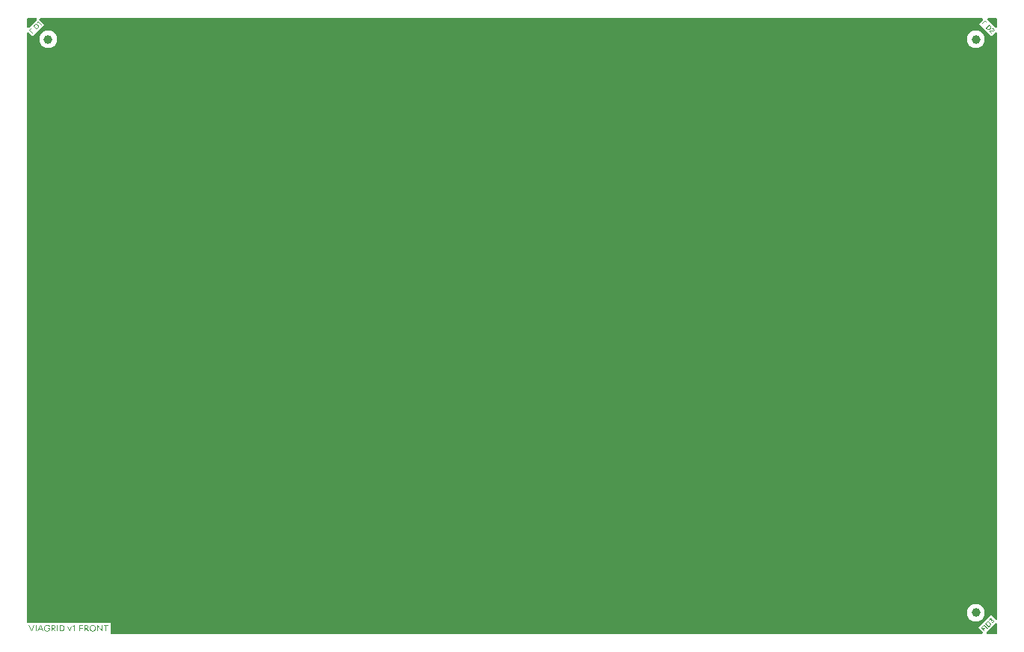
<source format=gbr>
%TF.GenerationSoftware,KiCad,Pcbnew,9.0.1*%
%TF.CreationDate,2025-08-14T13:28:43-04:00*%
%TF.ProjectId,viagrid,76696167-7269-4642-9e6b-696361645f70,rev?*%
%TF.SameCoordinates,Original*%
%TF.FileFunction,Copper,L1,Top*%
%TF.FilePolarity,Positive*%
%FSLAX46Y46*%
G04 Gerber Fmt 4.6, Leading zero omitted, Abs format (unit mm)*
G04 Created by KiCad (PCBNEW 9.0.1) date 2025-08-14 13:28:43*
%MOMM*%
%LPD*%
G01*
G04 APERTURE LIST*
%ADD10C,0.125000*%
%ADD11C,0.150000*%
%TA.AperFunction,SMDPad,CuDef*%
%ADD12C,1.000000*%
%TD*%
%TA.AperFunction,ViaPad*%
%ADD13C,0.600000*%
%TD*%
G04 APERTURE END LIST*
D10*
G36*
X572675Y377500D02*
G01*
X874193Y1115449D01*
X970821Y1115449D01*
X665090Y377500D01*
X572675Y377500D01*
G37*
G36*
X564432Y377500D02*
G01*
X258701Y1115449D01*
X355375Y1115449D01*
X655794Y377500D01*
X564432Y377500D01*
G37*
G36*
X1075235Y377500D02*
G01*
X1075235Y1115449D01*
X1167421Y1115449D01*
X1167421Y377500D01*
X1075235Y377500D01*
G37*
G36*
X1869238Y377500D02*
G01*
X1573078Y1115449D01*
X1665448Y1115449D01*
X1965912Y377500D01*
X1869238Y377500D01*
G37*
G36*
X1270599Y377500D02*
G01*
X1571063Y1115449D01*
X1664532Y1115449D01*
X1368326Y377500D01*
X1270599Y377500D01*
G37*
G36*
X1413114Y586465D02*
G01*
X1413114Y669171D01*
X1824496Y669171D01*
X1824496Y586465D01*
X1413114Y586465D01*
G37*
G36*
X2378210Y364906D02*
G01*
X2322039Y368139D01*
X2270511Y377542D01*
X2223020Y392824D01*
X2179045Y413907D01*
X2125423Y450837D01*
X2080508Y495596D01*
X2043582Y548866D01*
X2022451Y592601D01*
X2007174Y639594D01*
X1997798Y690342D01*
X1994580Y745421D01*
X1997820Y801607D01*
X2007232Y853039D01*
X2022515Y900338D01*
X2043582Y944036D01*
X2080508Y997306D01*
X2125423Y1042066D01*
X2179045Y1078995D01*
X2223022Y1100099D01*
X2270513Y1115395D01*
X2322041Y1124806D01*
X2378210Y1128043D01*
X2436433Y1123168D01*
X2493111Y1108534D01*
X2546841Y1085362D01*
X2595418Y1055273D01*
X2637881Y1018489D01*
X2671118Y977055D01*
X2598303Y927092D01*
X2573469Y959438D01*
X2541150Y988366D01*
X2503995Y1011951D01*
X2463343Y1029582D01*
X2420705Y1040611D01*
X2378210Y1044237D01*
X2322826Y1039830D01*
X2273006Y1027045D01*
X2227771Y1006135D01*
X2186991Y977502D01*
X2152690Y942703D01*
X2124365Y901171D01*
X2103848Y855240D01*
X2091172Y803695D01*
X2086767Y745421D01*
X2091051Y689232D01*
X2103490Y638494D01*
X2123815Y592281D01*
X2151883Y550447D01*
X2186173Y515296D01*
X2227222Y486264D01*
X2272839Y465024D01*
X2322847Y452068D01*
X2378210Y447612D01*
X2424833Y451076D01*
X2466512Y461081D01*
X2504056Y477334D01*
X2538131Y499860D01*
X2566650Y527208D01*
X2590105Y559766D01*
X2607229Y596077D01*
X2617771Y636758D01*
X2621430Y682727D01*
X2709403Y689230D01*
X2704426Y624632D01*
X2690170Y568134D01*
X2667179Y518367D01*
X2635434Y473719D01*
X2596633Y436272D01*
X2550080Y405481D01*
X2498760Y383288D01*
X2441836Y369631D01*
X2378210Y364906D01*
G37*
G36*
X2440812Y675720D02*
G01*
X2440812Y755267D01*
X2709403Y755267D01*
X2709403Y683276D01*
X2666080Y675720D01*
X2440812Y675720D01*
G37*
G36*
X3129874Y1112111D02*
G01*
X3172019Y1102479D01*
X3209948Y1086872D01*
X3244547Y1065138D01*
X3273233Y1038818D01*
X3296593Y1007600D01*
X3313739Y972614D01*
X3324185Y934137D01*
X3327780Y891371D01*
X3323905Y848687D01*
X3312605Y810197D01*
X3293937Y775051D01*
X3268929Y743864D01*
X3238512Y717352D01*
X3202071Y695275D01*
X3177753Y685514D01*
X3358280Y377500D01*
X3257255Y377500D01*
X3087533Y667388D01*
X3071188Y666240D01*
X2934030Y666240D01*
X2934030Y377500D01*
X2841844Y377500D01*
X2841844Y751099D01*
X2934030Y751099D01*
X3095322Y751099D01*
X3133116Y755746D01*
X3165984Y769280D01*
X3194091Y790759D01*
X3216359Y819152D01*
X3230678Y852652D01*
X3235594Y891371D01*
X3230618Y931034D01*
X3216311Y964293D01*
X3192454Y992671D01*
X3161691Y1013909D01*
X3124954Y1027014D01*
X3080621Y1031643D01*
X2934030Y1031643D01*
X2934030Y751099D01*
X2841844Y751099D01*
X2841844Y1115449D01*
X3082728Y1115449D01*
X3129874Y1112111D01*
G37*
G36*
X3499101Y377500D02*
G01*
X3499101Y1115449D01*
X3591287Y1115449D01*
X3591287Y377500D01*
X3499101Y377500D01*
G37*
G36*
X4076816Y1109993D02*
G01*
X4137705Y1094218D01*
X4192491Y1068508D01*
X4241701Y1033237D01*
X4283172Y990085D01*
X4317467Y938266D01*
X4342250Y881153D01*
X4357517Y817639D01*
X4362805Y746474D01*
X4357533Y675985D01*
X4342282Y612791D01*
X4317467Y555690D01*
X4283196Y503864D01*
X4241724Y460536D01*
X4192491Y424944D01*
X4137676Y398947D01*
X4076789Y383010D01*
X4008531Y377500D01*
X3783400Y377500D01*
X3783400Y462313D01*
X3875586Y462313D01*
X4008531Y462313D01*
X4062200Y467750D01*
X4110838Y483699D01*
X4154888Y509527D01*
X4193819Y544791D01*
X4225823Y587297D01*
X4250239Y636198D01*
X4265460Y689301D01*
X4270618Y746474D01*
X4265459Y803641D01*
X4250239Y856704D01*
X4225818Y905636D01*
X4193819Y948112D01*
X4154888Y983376D01*
X4110838Y1009203D01*
X4062200Y1025152D01*
X4008531Y1030590D01*
X3875586Y1030590D01*
X3875586Y462313D01*
X3783400Y462313D01*
X3783400Y1115449D01*
X4008531Y1115449D01*
X4076816Y1109993D01*
G37*
G36*
X4899574Y377500D02*
G01*
X5114951Y905430D01*
X5206359Y905430D01*
X4985670Y377500D01*
X4899574Y377500D01*
G37*
G36*
X4895544Y377500D02*
G01*
X4674856Y905430D01*
X4765210Y905430D01*
X4980632Y377500D01*
X4895544Y377500D01*
G37*
G36*
X5439870Y377500D02*
G01*
X5439870Y1066814D01*
X5447472Y1115449D01*
X5529950Y1115449D01*
X5529950Y377500D01*
X5439870Y377500D01*
G37*
G36*
X5275052Y923565D02*
G01*
X5275052Y1007371D01*
X5298653Y1010064D01*
X5328449Y1021843D01*
X5358460Y1039368D01*
X5391098Y1062601D01*
X5422008Y1088798D01*
X5448709Y1116181D01*
X5505312Y1054129D01*
X5468748Y1018019D01*
X5431764Y986763D01*
X5392996Y959958D01*
X5354736Y939869D01*
X5315001Y927039D01*
X5275052Y923565D01*
G37*
G36*
X6001369Y377500D02*
G01*
X6001369Y1115449D01*
X6441098Y1115449D01*
X6441098Y1031643D01*
X6093555Y1031643D01*
X6093555Y783614D01*
X6400157Y783614D01*
X6400157Y699854D01*
X6093555Y699854D01*
X6093555Y377500D01*
X6001369Y377500D01*
G37*
G36*
X6859462Y1112111D02*
G01*
X6901608Y1102479D01*
X6939536Y1086872D01*
X6974136Y1065138D01*
X7002822Y1038818D01*
X7026181Y1007600D01*
X7043328Y972614D01*
X7053774Y934137D01*
X7057368Y891371D01*
X7053493Y848687D01*
X7042193Y810197D01*
X7023525Y775051D01*
X6998517Y743864D01*
X6968100Y717352D01*
X6931659Y695275D01*
X6907342Y685514D01*
X7087868Y377500D01*
X6986843Y377500D01*
X6817121Y667388D01*
X6800776Y666240D01*
X6663618Y666240D01*
X6663618Y377500D01*
X6571432Y377500D01*
X6571432Y751099D01*
X6663618Y751099D01*
X6824910Y751099D01*
X6862705Y755746D01*
X6895573Y769280D01*
X6923680Y790759D01*
X6945948Y819152D01*
X6960266Y852652D01*
X6965182Y891371D01*
X6960206Y931034D01*
X6945899Y964293D01*
X6922042Y992671D01*
X6891279Y1013909D01*
X6854542Y1027014D01*
X6810210Y1031643D01*
X6663618Y1031643D01*
X6663618Y751099D01*
X6571432Y751099D01*
X6571432Y1115449D01*
X6812316Y1115449D01*
X6859462Y1112111D01*
G37*
G36*
X7592865Y1124821D02*
G01*
X7641494Y1115440D01*
X7686400Y1100156D01*
X7728090Y1078995D01*
X7778519Y1042217D01*
X7820661Y997497D01*
X7855126Y944036D01*
X7879891Y885215D01*
X7895169Y819780D01*
X7900464Y746474D01*
X7895177Y673134D01*
X7879906Y607490D01*
X7855126Y548317D01*
X7820672Y494497D01*
X7778858Y449819D01*
X7729143Y413403D01*
X7687992Y392488D01*
X7643617Y377375D01*
X7595510Y368094D01*
X7543076Y364906D01*
X7490117Y368088D01*
X7441381Y377361D01*
X7396291Y392475D01*
X7354352Y413403D01*
X7303585Y449878D01*
X7260901Y494570D01*
X7225713Y548317D01*
X7200364Y607546D01*
X7184764Y673184D01*
X7179368Y746474D01*
X7271554Y746474D01*
X7275597Y688746D01*
X7287224Y637517D01*
X7305992Y591777D01*
X7332250Y550056D01*
X7364145Y515277D01*
X7402071Y486768D01*
X7444555Y465811D01*
X7491233Y453053D01*
X7543076Y448666D01*
X7594155Y453071D01*
X7639743Y465840D01*
X7680874Y486768D01*
X7717451Y515133D01*
X7748504Y549879D01*
X7774343Y591731D01*
X7792855Y637476D01*
X7804332Y688723D01*
X7808323Y746474D01*
X7804296Y803492D01*
X7792661Y854580D01*
X7773794Y900668D01*
X7747595Y942848D01*
X7716206Y977755D01*
X7679317Y1006135D01*
X7637851Y1027039D01*
X7591736Y1039820D01*
X7539916Y1044237D01*
X7488791Y1039850D01*
X7442818Y1027095D01*
X7401018Y1006135D01*
X7363787Y977719D01*
X7332223Y942808D01*
X7305992Y900668D01*
X7287176Y854585D01*
X7275572Y803496D01*
X7271554Y746474D01*
X7179368Y746474D01*
X7184734Y820462D01*
X7200193Y886229D01*
X7225209Y945089D01*
X7259985Y998572D01*
X7302143Y1043097D01*
X7352246Y1079499D01*
X7393657Y1100417D01*
X7438381Y1115547D01*
X7486932Y1124846D01*
X7539916Y1128043D01*
X7592865Y1124821D01*
G37*
G36*
X8043483Y377500D02*
G01*
X8043483Y1115449D01*
X8135990Y1115449D01*
X8571643Y528304D01*
X8571643Y1115449D01*
X8663830Y1115449D01*
X8663830Y377500D01*
X8572376Y377500D01*
X8135670Y967758D01*
X8135670Y377500D01*
X8043483Y377500D01*
G37*
G36*
X9004136Y377500D02*
G01*
X9004136Y1031643D01*
X8769984Y1031643D01*
X8769984Y1115449D01*
X9329422Y1115449D01*
X9329422Y1031643D01*
X9095269Y1031643D01*
X9095269Y377500D01*
X9004136Y377500D01*
G37*
D11*
G36*
X730748Y68124998D02*
G01*
X314959Y68540787D01*
X566790Y68792618D01*
X620260Y68739149D01*
X426640Y68545528D01*
X557309Y68414859D01*
X725982Y68583532D01*
X779452Y68530062D01*
X610778Y68361389D01*
X788959Y68183209D01*
X730748Y68124998D01*
G37*
G36*
X1054883Y68449132D02*
G01*
X639094Y68864922D01*
X697304Y68923132D01*
X1113093Y68507343D01*
X1054883Y68449132D01*
G37*
G36*
X1159644Y69244117D02*
G01*
X1208504Y69234702D01*
X1255003Y69216799D01*
X1299586Y69189808D01*
X1342723Y69152762D01*
X1379397Y69110017D01*
X1406216Y69065624D01*
X1424093Y69019113D01*
X1433525Y68970261D01*
X1434011Y68921915D01*
X1425596Y68873315D01*
X1408612Y68826998D01*
X1382671Y68783110D01*
X1346894Y68741143D01*
X1218608Y68612858D01*
X802819Y69028647D01*
X806368Y69032196D01*
X915690Y69032196D01*
X1222183Y68725703D01*
X1292258Y68795779D01*
X1318768Y68828160D01*
X1337101Y68863782D01*
X1347699Y68902268D01*
X1350469Y68942484D01*
X1345377Y68982782D01*
X1332335Y69022377D01*
X1311826Y69059312D01*
X1283347Y69093385D01*
X1249276Y69121861D01*
X1212364Y69142348D01*
X1172769Y69155390D01*
X1132471Y69160482D01*
X1092237Y69157724D01*
X1053769Y69147114D01*
X1018147Y69128781D01*
X985766Y69102271D01*
X915690Y69032196D01*
X806368Y69032196D01*
X931104Y69156933D01*
X973055Y69192756D01*
X1016852Y69218790D01*
X1062991Y69235920D01*
X1111397Y69244503D01*
X1159644Y69244117D01*
G37*
G36*
X1701415Y69095665D02*
G01*
X1317128Y69479953D01*
X1290963Y69516791D01*
X1342645Y69568473D01*
X1758434Y69152684D01*
X1701415Y69095665D01*
G37*
G36*
X1307024Y69305917D02*
G01*
X1254151Y69358791D01*
X1265940Y69373710D01*
X1276404Y69397676D01*
X1283651Y69424976D01*
X1288605Y69456197D01*
X1290844Y69487918D01*
X1290367Y69517387D01*
X1365831Y69514408D01*
X1365508Y69473168D01*
X1362256Y69433633D01*
X1355388Y69395500D01*
X1344743Y69361459D01*
X1328812Y69330915D01*
X1307024Y69305917D01*
G37*
G36*
X108124998Y69269251D02*
G01*
X108540787Y69685040D01*
X108792618Y69433209D01*
X108739149Y69379739D01*
X108545528Y69573359D01*
X108414859Y69442690D01*
X108583532Y69274017D01*
X108530062Y69220547D01*
X108361389Y69389221D01*
X108183209Y69211040D01*
X108124998Y69269251D01*
G37*
G36*
X108449132Y68945116D02*
G01*
X108864922Y69360905D01*
X108923132Y69302695D01*
X108507343Y68886906D01*
X108449132Y68945116D01*
G37*
G36*
X109156933Y69068895D02*
G01*
X109192756Y69026944D01*
X109218790Y68983147D01*
X109235920Y68937008D01*
X109244503Y68888602D01*
X109244117Y68840355D01*
X109234702Y68791495D01*
X109216799Y68744996D01*
X109189808Y68700413D01*
X109152762Y68657276D01*
X109110017Y68620602D01*
X109065624Y68593783D01*
X109019113Y68575906D01*
X108970261Y68566474D01*
X108921915Y68565988D01*
X108873315Y68574403D01*
X108826998Y68591387D01*
X108783110Y68617328D01*
X108741143Y68653105D01*
X108616433Y68777816D01*
X108725703Y68777816D01*
X108795779Y68707741D01*
X108828160Y68681231D01*
X108863782Y68662898D01*
X108902268Y68652300D01*
X108942484Y68649530D01*
X108982782Y68654622D01*
X109022377Y68667664D01*
X109059312Y68688173D01*
X109093385Y68716652D01*
X109121861Y68750723D01*
X109142348Y68787635D01*
X109155390Y68827230D01*
X109160482Y68867528D01*
X109157724Y68907762D01*
X109147114Y68946230D01*
X109128781Y68981852D01*
X109102271Y69014233D01*
X109032196Y69084309D01*
X108725703Y68777816D01*
X108616433Y68777816D01*
X108612858Y68781391D01*
X109028647Y69197180D01*
X109156933Y69068895D01*
G37*
G36*
X109003596Y68390653D02*
G01*
X109050511Y68437569D01*
X109070974Y68453904D01*
X109097427Y68467283D01*
X109127141Y68476407D01*
X109161881Y68481842D01*
X109198212Y68482815D01*
X109237008Y68479148D01*
X109376588Y68458371D01*
X109401075Y68455691D01*
X109425913Y68455988D01*
X109450236Y68459315D01*
X109472207Y68465495D01*
X109492087Y68475016D01*
X109507879Y68487489D01*
X109523726Y68508129D01*
X109533086Y68531711D01*
X109535786Y68557048D01*
X109531324Y68583367D01*
X109519770Y68608525D01*
X109499564Y68633572D01*
X109475709Y68652926D01*
X109451405Y68664478D01*
X109425748Y68669991D01*
X109400344Y68669841D01*
X109375778Y68664710D01*
X109354050Y68655566D01*
X109305321Y68726833D01*
X109341034Y68743495D01*
X109381951Y68752377D01*
X109410288Y68753344D01*
X109439187Y68749953D01*
X109468969Y68741988D01*
X109497191Y68729702D01*
X109524344Y68712349D01*
X109550650Y68689425D01*
X109576931Y68659386D01*
X109596039Y68629584D01*
X109608834Y68599739D01*
X109616334Y68568250D01*
X109617943Y68537827D01*
X109613886Y68507955D01*
X109604308Y68479421D01*
X109589142Y68452722D01*
X109567877Y68427491D01*
X109543365Y68407153D01*
X109516103Y68392282D01*
X109485600Y68382622D01*
X109453587Y68377834D01*
X109417085Y68376774D01*
X109375423Y68379954D01*
X109245349Y68398373D01*
X109207709Y68401134D01*
X109176129Y68398684D01*
X109147176Y68390477D01*
X109122400Y68376405D01*
X109324932Y68173873D01*
X109272654Y68121595D01*
X109003596Y68390653D01*
G37*
G36*
X108480748Y374998D02*
G01*
X108064959Y790787D01*
X108316790Y1042618D01*
X108370260Y989149D01*
X108176640Y795528D01*
X108307309Y664859D01*
X108475982Y833532D01*
X108529452Y780062D01*
X108360778Y611389D01*
X108538959Y433209D01*
X108480748Y374998D01*
G37*
G36*
X108804883Y699132D02*
G01*
X108389094Y1114922D01*
X108447304Y1173132D01*
X108863093Y757343D01*
X108804883Y699132D01*
G37*
G36*
X108909644Y1494117D02*
G01*
X108958504Y1484702D01*
X109005003Y1466799D01*
X109049586Y1439808D01*
X109092723Y1402762D01*
X109129397Y1360017D01*
X109156216Y1315624D01*
X109174093Y1269113D01*
X109183525Y1220261D01*
X109184011Y1171915D01*
X109175596Y1123315D01*
X109158612Y1076998D01*
X109132671Y1033110D01*
X109096894Y991143D01*
X108968608Y862858D01*
X108552819Y1278647D01*
X108556368Y1282196D01*
X108665690Y1282196D01*
X108972183Y975703D01*
X109042258Y1045779D01*
X109068768Y1078160D01*
X109087101Y1113782D01*
X109097699Y1152268D01*
X109100469Y1192484D01*
X109095377Y1232782D01*
X109082335Y1272377D01*
X109061826Y1309312D01*
X109033347Y1343385D01*
X108999276Y1371861D01*
X108962364Y1392348D01*
X108922769Y1405390D01*
X108882471Y1410482D01*
X108842237Y1407724D01*
X108803769Y1397114D01*
X108768147Y1378781D01*
X108735766Y1352271D01*
X108665690Y1282196D01*
X108556368Y1282196D01*
X108681104Y1406933D01*
X108723055Y1442756D01*
X108766852Y1468790D01*
X108812991Y1485920D01*
X108861397Y1494503D01*
X108909644Y1494117D01*
G37*
G36*
X109494756Y1374757D02*
G01*
X109461191Y1346116D01*
X109427038Y1326054D01*
X109391141Y1313159D01*
X109356963Y1308257D01*
X109323407Y1309945D01*
X109293415Y1317143D01*
X109320746Y1390793D01*
X109354294Y1386933D01*
X109373783Y1387684D01*
X109395562Y1393177D01*
X109416737Y1403933D01*
X109439525Y1422891D01*
X109461052Y1449541D01*
X109473417Y1476308D01*
X109477839Y1503950D01*
X109474738Y1531733D01*
X109464352Y1556887D01*
X109446079Y1580269D01*
X109428745Y1594541D01*
X109410738Y1603769D01*
X109391702Y1608480D01*
X109371988Y1608873D01*
X109350777Y1604908D01*
X109327559Y1595994D01*
X109294289Y1575731D01*
X109257199Y1543456D01*
X109242329Y1528586D01*
X109198367Y1572549D01*
X109212045Y1586227D01*
X109250157Y1620044D01*
X109288364Y1645914D01*
X109328572Y1665132D01*
X109367973Y1676198D01*
X109407462Y1679235D01*
X109444265Y1673530D01*
X109467341Y1664805D01*
X109489246Y1651685D01*
X109510222Y1633738D01*
X109532020Y1607614D01*
X109547062Y1580032D01*
X109555946Y1550555D01*
X109559079Y1519805D01*
X109556646Y1489177D01*
X109548511Y1458200D01*
X109535462Y1428810D01*
X109517670Y1401070D01*
X109494756Y1374757D01*
G37*
G36*
X109235205Y1535711D02*
G01*
X109193030Y1577885D01*
X109207900Y1592755D01*
X109237963Y1627103D01*
X109257016Y1657720D01*
X109267276Y1685395D01*
X109269811Y1713710D01*
X109263320Y1737934D01*
X109247666Y1759667D01*
X109228899Y1773791D01*
X109207278Y1781609D01*
X109183968Y1783266D01*
X109159171Y1778630D01*
X109135422Y1767599D01*
X109111660Y1748372D01*
X109098730Y1733208D01*
X109088500Y1716300D01*
X109081155Y1697972D01*
X109076920Y1678556D01*
X109076234Y1658471D01*
X109079588Y1636718D01*
X109008917Y1609983D01*
X109000741Y1642504D01*
X109000006Y1675887D01*
X109006152Y1709194D01*
X109018995Y1742439D01*
X109037696Y1773553D01*
X109062361Y1802437D01*
X109088637Y1825376D01*
X109115489Y1842599D01*
X109143136Y1854664D01*
X109172292Y1862101D01*
X109200558Y1864309D01*
X109228366Y1861503D01*
X109255036Y1853599D01*
X109279349Y1840561D01*
X109301731Y1822022D01*
X109317709Y1803093D01*
X109329058Y1783183D01*
X109336186Y1762024D01*
X109339830Y1728350D01*
X109335305Y1692234D01*
X109323524Y1656317D01*
X109304425Y1619179D01*
X109279644Y1583812D01*
X109248287Y1548793D01*
X109235205Y1535711D01*
G37*
D12*
%TO.P,REF\u002A\u002A,*%
%TO.N,*%
X107500000Y67500000D03*
%TD*%
%TO.P,REF\u002A\u002A,*%
%TO.N,*%
X2500000Y67500000D03*
%TD*%
%TO.P,REF\u002A\u002A,*%
%TO.N,*%
X107500000Y2500000D03*
%TD*%
D13*
%TO.N,GND*%
X54250000Y4250000D03*
X35750000Y64250000D03*
X45750000Y44250000D03*
X104250000Y45750000D03*
X25750000Y65750000D03*
X25000000Y65000000D03*
X104250000Y64250001D03*
X40750000Y64250000D03*
X49250000Y5750000D03*
X25750000Y5750000D03*
X35750000Y5750000D03*
X44250000Y5750000D03*
X104250000Y44250000D03*
X10750000Y65750000D03*
X65750000Y5750000D03*
X65750000Y64250000D03*
X105750000Y25750000D03*
X104249999Y29250000D03*
X64250000Y64250000D03*
X80750000Y64250000D03*
X105000000Y65000000D03*
X39250000Y65750000D03*
X40000000Y65000000D03*
X65750000Y65750000D03*
X99250000Y65750000D03*
X104250000Y60750000D03*
X9250000Y5750000D03*
X90750000Y5750000D03*
X35000000Y65000000D03*
X24250000Y65750000D03*
X4250000Y65750000D03*
X24250000Y45750000D03*
X105000000Y20000000D03*
X89250000Y5750000D03*
X50750000Y4250000D03*
X55750000Y65750000D03*
X75750000Y5750000D03*
X5750000Y4250000D03*
X84250000Y25750000D03*
X50750000Y65750000D03*
X10000000Y5000000D03*
X20000000Y5000000D03*
X45750000Y65750000D03*
X84250000Y5750000D03*
X55000000Y5000000D03*
X30750000Y64250000D03*
X99250000Y64250000D03*
X19250000Y64250000D03*
X4250000Y4250000D03*
X64250000Y25750000D03*
X5750000Y64250000D03*
X35750000Y4250000D03*
X5750000Y65750000D03*
X95750000Y65750000D03*
X104250000Y59250001D03*
X89250000Y65750000D03*
X64250000Y24250000D03*
X104250000Y49250000D03*
X24250000Y64250000D03*
X45000000Y25000000D03*
X59250000Y4250000D03*
X79250000Y64250000D03*
X45000000Y45000000D03*
X10750000Y5750000D03*
X105750001Y40750000D03*
X100000000Y5000000D03*
X104250000Y10750000D03*
X80000000Y5000000D03*
X74250000Y64250000D03*
X75750000Y4250000D03*
X45750000Y45750000D03*
X104250000Y54250000D03*
X65750000Y4250000D03*
X104249999Y34250000D03*
X39250000Y5750000D03*
X29250000Y5750000D03*
X50000000Y5000000D03*
X105750000Y14250000D03*
X60000000Y5000000D03*
X90750000Y4250000D03*
X105000000Y45000000D03*
X25750000Y25750000D03*
X14250000Y64250000D03*
X39250000Y64250000D03*
X84250000Y64250000D03*
X14250000Y5750000D03*
X75750000Y65750000D03*
X65000000Y5000000D03*
X39250000Y4250000D03*
X70750000Y4250000D03*
X90000000Y5000000D03*
X54250000Y65750000D03*
X35750000Y65750000D03*
X64250000Y5750000D03*
X100750000Y64250000D03*
X95750000Y64250000D03*
X69250000Y5750000D03*
X105000000Y50000000D03*
X34250000Y4250000D03*
X40000000Y5000000D03*
X24250000Y4250000D03*
X5750000Y44250000D03*
X64250000Y45750000D03*
X100000000Y65000000D03*
X105750000Y24250001D03*
X15750000Y64250000D03*
X50750000Y5750000D03*
X100750000Y65750000D03*
X85000000Y45000000D03*
X25750000Y4250000D03*
X50000000Y65000000D03*
X5750000Y5750000D03*
X4250000Y5750000D03*
X100750000Y4250000D03*
X85000000Y65000000D03*
X85750000Y64250000D03*
X55750000Y5750000D03*
X59250000Y64250000D03*
X54250000Y5750000D03*
X85750000Y5750000D03*
X4250000Y45750000D03*
X79250000Y4250000D03*
X24250000Y44250000D03*
X55750000Y64250000D03*
X15750000Y5750000D03*
X30000000Y65000000D03*
X45750000Y64250000D03*
X105750000Y55750000D03*
X10750000Y4250000D03*
X105000000Y30000001D03*
X25750000Y45750000D03*
X84250000Y65750000D03*
X49250000Y64250000D03*
X45750000Y25750000D03*
X90750000Y65750000D03*
X30750000Y5750000D03*
X65750000Y44250000D03*
X9250000Y64250000D03*
X105750001Y29250000D03*
X79250000Y65750000D03*
X25750000Y24250000D03*
X60750000Y64250000D03*
X105750000Y39250000D03*
X20750000Y4250000D03*
X49250000Y65750000D03*
X5750000Y25750000D03*
X104250000Y15750000D03*
X60750000Y4250000D03*
X104250000Y50750000D03*
X24250000Y5750000D03*
X104250000Y35750001D03*
X4250000Y44250000D03*
X5000000Y45000000D03*
X99250000Y5750000D03*
X4250000Y25750000D03*
X5000000Y65000000D03*
X105000000Y5000000D03*
X85750000Y4250000D03*
X34250000Y5750000D03*
X70750000Y65750000D03*
X80750000Y65750000D03*
X85750000Y25750000D03*
X104250000Y14250000D03*
X105750000Y10750000D03*
X89250000Y4250000D03*
X44250000Y45750000D03*
X44250000Y24250000D03*
X105750000Y35750001D03*
X105750000Y30750000D03*
X105000000Y10000000D03*
X104250000Y25750000D03*
X25000000Y5000000D03*
X65000000Y65000000D03*
X65750000Y45750000D03*
X104250000Y55750000D03*
X99250000Y4250000D03*
X25000000Y45000000D03*
X44250000Y65750000D03*
X24250000Y25750000D03*
X105750001Y34250000D03*
X34250000Y65750000D03*
X105750000Y50750000D03*
X90000000Y65000000D03*
X70000000Y65000000D03*
X54250000Y64250000D03*
X104249999Y40750000D03*
X95000000Y5000000D03*
X5750000Y45750000D03*
X85750000Y65750000D03*
X64250000Y65750000D03*
X104250000Y4250000D03*
X59250000Y5750000D03*
X75000000Y65000000D03*
X45000000Y5000000D03*
X34250000Y64250000D03*
X84250000Y45750000D03*
X104250000Y9250000D03*
X80000000Y65000000D03*
X60750000Y65750000D03*
X104250000Y5750000D03*
X49250000Y4250000D03*
X5000000Y5000000D03*
X5000000Y25000000D03*
X5750000Y24250000D03*
X29250000Y64250000D03*
X45000000Y65000000D03*
X105750000Y15750000D03*
X104250000Y30750000D03*
X65000000Y25000000D03*
X94250000Y5750000D03*
X19250000Y65750000D03*
X105750000Y44250000D03*
X105000000Y55000000D03*
X65750000Y25750000D03*
X94250000Y4250000D03*
X105750000Y9250000D03*
X60750000Y5750000D03*
X80750000Y5750000D03*
X44250000Y4250000D03*
X65000000Y45000000D03*
X74250000Y5750000D03*
X9250000Y4250000D03*
X69250000Y64250000D03*
X75750000Y64250000D03*
X104250000Y19250000D03*
X105000000Y60000000D03*
X105750000Y60750000D03*
X35000000Y5000000D03*
X105750000Y5750000D03*
X100750000Y5750000D03*
X19250000Y5750000D03*
X94250000Y65750000D03*
X24250000Y24250000D03*
X44250000Y25750000D03*
X105000000Y15000000D03*
X44250000Y44250000D03*
X95750000Y4250000D03*
X10000000Y65000000D03*
X90750000Y64250000D03*
X105750000Y59250001D03*
X104250000Y24250001D03*
X84250000Y4250000D03*
X45750000Y4250000D03*
X80750000Y4250000D03*
X95000000Y65000000D03*
X104250000Y20750000D03*
X74250000Y4250000D03*
X70000000Y5000000D03*
X55000000Y65000000D03*
X60000000Y65000000D03*
X84250000Y44250000D03*
X59250000Y65750000D03*
X65750000Y24250000D03*
X105750000Y45750000D03*
X20000000Y65000000D03*
X74250000Y65750000D03*
X15750000Y65750000D03*
X85750000Y45750000D03*
X40750000Y4250000D03*
X10750000Y64250000D03*
X75000000Y5000000D03*
X104250000Y39250000D03*
X45750000Y5750000D03*
X64250000Y44250000D03*
X29250000Y4250000D03*
X50750000Y64250000D03*
X29250000Y65750000D03*
X85750000Y24250000D03*
X25750000Y64250000D03*
X14250000Y4250000D03*
X30750000Y65750000D03*
X25750000Y44250000D03*
X20750000Y5750000D03*
X25000000Y25000000D03*
X9250000Y65750000D03*
X85750000Y44250000D03*
X105750000Y64250001D03*
X105000000Y35000001D03*
X4250000Y64250000D03*
X64250000Y4250000D03*
X94250000Y64250000D03*
X4250000Y24250000D03*
X55750000Y4250000D03*
X104250000Y65750000D03*
X105750000Y20750000D03*
X45750000Y24250000D03*
X105750000Y49250000D03*
X69250000Y65750000D03*
X70750000Y5750000D03*
X30750000Y4250000D03*
X105750000Y65750000D03*
X20750000Y64250000D03*
X85000000Y25000000D03*
X40750000Y65750000D03*
X105750000Y4250000D03*
X15750000Y4250000D03*
X79250000Y5750000D03*
X84250000Y24250000D03*
X105000000Y25000000D03*
X95750000Y5750000D03*
X105750000Y54250000D03*
X85000000Y5000000D03*
X89250000Y64250000D03*
X14250000Y65750000D03*
X40750000Y5750000D03*
X19250000Y4250000D03*
X15000000Y65000000D03*
X20750000Y65750000D03*
X44250000Y64250000D03*
X15000000Y5000000D03*
X105000000Y39999999D03*
X70750000Y64250000D03*
X69250000Y4250000D03*
X105750000Y19250000D03*
X30000000Y5000000D03*
%TD*%
%TA.AperFunction,Conductor*%
%TO.N,GND*%
G36*
X108232302Y69879815D02*
G01*
X108278057Y69827011D01*
X108288001Y69757853D01*
X108258976Y69694297D01*
X108252944Y69687819D01*
X107834376Y69269250D01*
X109272654Y67830972D01*
X109687819Y68246137D01*
X109749142Y68279622D01*
X109818834Y68274638D01*
X109874767Y68232766D01*
X109899184Y68167302D01*
X109899500Y68158456D01*
X109899500Y1834421D01*
X109879815Y1767382D01*
X109827011Y1721627D01*
X109757853Y1711683D01*
X109694297Y1740708D01*
X109687819Y1746740D01*
X109201939Y2232620D01*
X109201938Y2232620D01*
X107767222Y797902D01*
X108252943Y312181D01*
X108286428Y250858D01*
X108281444Y181166D01*
X108239572Y125233D01*
X108174108Y100816D01*
X108165262Y100500D01*
X9658922Y100500D01*
X9591883Y120185D01*
X9546128Y172989D01*
X9534922Y224500D01*
X9534922Y1333535D01*
X224500Y1333535D01*
X157461Y1353220D01*
X111706Y1406024D01*
X100500Y1457535D01*
X100500Y2401456D01*
X106499499Y2401456D01*
X106537947Y2208170D01*
X106537950Y2208160D01*
X106613364Y2026092D01*
X106613371Y2026079D01*
X106722860Y1862218D01*
X106722863Y1862214D01*
X106862214Y1722863D01*
X106862218Y1722860D01*
X107026079Y1613371D01*
X107026092Y1613364D01*
X107208160Y1537950D01*
X107208170Y1537947D01*
X107401457Y1499500D01*
X107401459Y1499500D01*
X107598543Y1499500D01*
X107791829Y1537947D01*
X107791839Y1537950D01*
X107973907Y1613364D01*
X107973920Y1613371D01*
X108137781Y1722860D01*
X108137785Y1722863D01*
X108277136Y1862214D01*
X108277139Y1862218D01*
X108386628Y2026079D01*
X108386635Y2026092D01*
X108462049Y2208160D01*
X108462052Y2208170D01*
X108500500Y2401456D01*
X108500500Y2598543D01*
X108462052Y2791829D01*
X108462051Y2791835D01*
X108386632Y2973914D01*
X108277139Y3137782D01*
X108137782Y3277139D01*
X107973914Y3386632D01*
X107791835Y3462051D01*
X107728582Y3474632D01*
X107598543Y3500500D01*
X107598541Y3500500D01*
X107401459Y3500500D01*
X107401457Y3500500D01*
X107208170Y3462052D01*
X107208165Y3462051D01*
X107208160Y3462049D01*
X107026092Y3386635D01*
X107026079Y3386628D01*
X106862218Y3277139D01*
X106862214Y3277136D01*
X106722863Y3137785D01*
X106722860Y3137781D01*
X106613371Y2973920D01*
X106613364Y2973907D01*
X106537950Y2791839D01*
X106537947Y2791829D01*
X106499500Y2598543D01*
X106499500Y2401456D01*
X106499499Y2401456D01*
X100500Y2401456D01*
X100500Y67401456D01*
X1499499Y67401456D01*
X1537947Y67208170D01*
X1537950Y67208160D01*
X1613364Y67026092D01*
X1613371Y67026079D01*
X1722860Y66862218D01*
X1722863Y66862214D01*
X1862214Y66722863D01*
X1862218Y66722860D01*
X2026079Y66613371D01*
X2026092Y66613364D01*
X2208160Y66537950D01*
X2208170Y66537947D01*
X2401457Y66499500D01*
X2401459Y66499500D01*
X2598543Y66499500D01*
X2791829Y66537947D01*
X2791839Y66537950D01*
X2973907Y66613364D01*
X2973920Y66613371D01*
X3137781Y66722860D01*
X3137785Y66722863D01*
X3277136Y66862214D01*
X3277139Y66862218D01*
X3386628Y67026079D01*
X3386635Y67026092D01*
X3462049Y67208160D01*
X3462052Y67208170D01*
X3500500Y67401456D01*
X106499499Y67401456D01*
X106537947Y67208170D01*
X106537950Y67208160D01*
X106613364Y67026092D01*
X106613371Y67026079D01*
X106722860Y66862218D01*
X106722863Y66862214D01*
X106862214Y66722863D01*
X106862218Y66722860D01*
X107026079Y66613371D01*
X107026092Y66613364D01*
X107208160Y66537950D01*
X107208170Y66537947D01*
X107401457Y66499500D01*
X107401459Y66499500D01*
X107598543Y66499500D01*
X107791829Y66537947D01*
X107791839Y66537950D01*
X107973907Y66613364D01*
X107973920Y66613371D01*
X108137781Y66722860D01*
X108137785Y66722863D01*
X108277136Y66862214D01*
X108277139Y66862218D01*
X108386628Y67026079D01*
X108386635Y67026092D01*
X108462049Y67208160D01*
X108462052Y67208170D01*
X108500500Y67401456D01*
X108500500Y67598543D01*
X108462052Y67791829D01*
X108462051Y67791835D01*
X108386632Y67973914D01*
X108277139Y68137782D01*
X108137782Y68277139D01*
X107973914Y68386632D01*
X107791835Y68462051D01*
X107728582Y68474632D01*
X107598543Y68500500D01*
X107598541Y68500500D01*
X107401459Y68500500D01*
X107401457Y68500500D01*
X107221100Y68464624D01*
X107208165Y68462051D01*
X107208160Y68462049D01*
X107026092Y68386635D01*
X107026079Y68386628D01*
X106862218Y68277139D01*
X106862214Y68277136D01*
X106722863Y68137785D01*
X106722860Y68137781D01*
X106613371Y67973920D01*
X106613364Y67973907D01*
X106537950Y67791839D01*
X106537947Y67791829D01*
X106499500Y67598543D01*
X106499500Y67401456D01*
X106499499Y67401456D01*
X3500500Y67401456D01*
X3500500Y67598543D01*
X3462052Y67791829D01*
X3462051Y67791835D01*
X3386632Y67973914D01*
X3277139Y68137782D01*
X3137782Y68277139D01*
X2973914Y68386632D01*
X2791835Y68462051D01*
X2728582Y68474632D01*
X2598543Y68500500D01*
X2598541Y68500500D01*
X2401459Y68500500D01*
X2401457Y68500500D01*
X2221100Y68464624D01*
X2208165Y68462051D01*
X2208160Y68462049D01*
X2026092Y68386635D01*
X2026079Y68386628D01*
X1862218Y68277139D01*
X1862214Y68277136D01*
X1722863Y68137785D01*
X1722860Y68137781D01*
X1613371Y67973920D01*
X1613364Y67973907D01*
X1537950Y67791839D01*
X1537947Y67791829D01*
X1499500Y67598543D01*
X1499500Y67401456D01*
X1499499Y67401456D01*
X100500Y67401456D01*
X100500Y68165262D01*
X120185Y68232301D01*
X172989Y68278056D01*
X242147Y68288000D01*
X305703Y68258975D01*
X312181Y68252943D01*
X730748Y67834376D01*
X2049056Y69152684D01*
X1513921Y69687819D01*
X1480436Y69749142D01*
X1485420Y69818834D01*
X1527292Y69874767D01*
X1592756Y69899184D01*
X1601602Y69899500D01*
X108165263Y69899500D01*
X108232302Y69879815D01*
G37*
%TD.AperFunction*%
%TA.AperFunction,Conductor*%
G36*
X109818834Y1305716D02*
G01*
X109874767Y1263844D01*
X109899184Y1198380D01*
X109899500Y1189534D01*
X109899500Y224500D01*
X109879815Y157461D01*
X109827011Y111706D01*
X109775500Y100500D01*
X108810466Y100500D01*
X108743427Y120185D01*
X108697672Y172989D01*
X108687728Y242147D01*
X108716753Y305703D01*
X108722785Y312181D01*
X109687819Y1277215D01*
X109749142Y1310700D01*
X109818834Y1305716D01*
G37*
%TD.AperFunction*%
%TA.AperFunction,Conductor*%
G36*
X1149537Y69879815D02*
G01*
X1195292Y69827011D01*
X1205236Y69757853D01*
X1176211Y69694297D01*
X1170179Y69687819D01*
X312180Y68829821D01*
X250857Y68796336D01*
X181165Y68801320D01*
X125232Y68843192D01*
X100815Y68908656D01*
X100500Y68917474D01*
X100500Y69775500D01*
X120185Y69842540D01*
X172989Y69888294D01*
X224500Y69899500D01*
X1082498Y69899500D01*
X1149537Y69879815D01*
G37*
%TD.AperFunction*%
%TA.AperFunction,Conductor*%
G36*
X109842539Y69879815D02*
G01*
X109888294Y69827011D01*
X109899500Y69775500D01*
X109899500Y68930541D01*
X109879815Y68863502D01*
X109827011Y68817747D01*
X109757853Y68807803D01*
X109694297Y68836828D01*
X109687819Y68842860D01*
X108842860Y69687819D01*
X108809375Y69749142D01*
X108814359Y69818834D01*
X108856231Y69874767D01*
X108921695Y69899184D01*
X108930541Y69899500D01*
X109775500Y69899500D01*
X109842539Y69879815D01*
G37*
%TD.AperFunction*%
%TD*%
M02*

</source>
